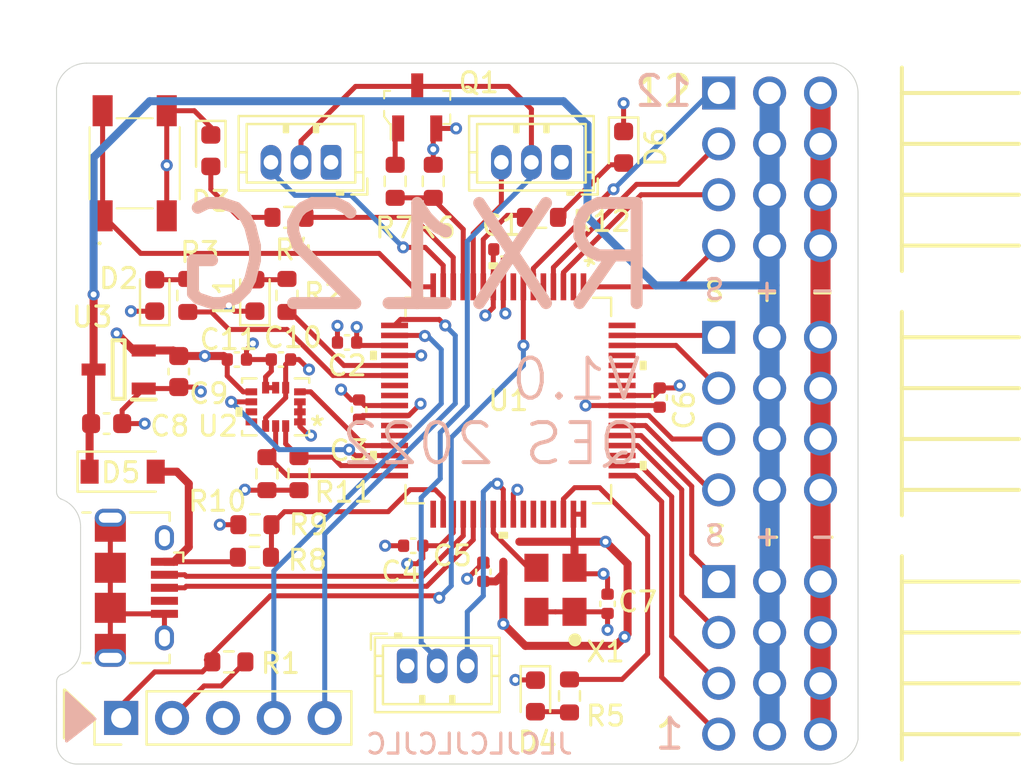
<source format=kicad_pcb>
(kicad_pcb (version 20211014) (generator pcbnew)
  (layers (0 "F.Cu" signal) (1 "In1.Cu" signal) (2 "In2.Cu" signal) (31 "B.Cu" signal) (36 "B.SilkS" user "B.Silkscreen") (37 "F.SilkS" user "F.Silkscreen") (38 "B.Mask" user) (39 "F.Mask" user) (44 "Edge.Cuts" user))
  (net 0 "")
  (net 1 "+3V3")
  (net 2 "GND")
  (net 3 "Vin")
  (net 4 "Net-(D1-Pad2)")
  (net 5 "Net-(D2-Pad2)")
  (net 6 "Net-(D3-Pad2)")
  (net 7 "Net-(D4-Pad2)")
  (net 8 "Net-(D5-Pad2)")
  (net 9 "Net-(D6-Pad2)")
  (net 10 "MCLR")
  (net 11 "PGD")
  (net 12 "PGC")
  (net 13 "CH9_SBUS4")
  (net 14 "CH10_SBUS3")
  (net 15 "CH11_SBUS2")
  (net 16 "CH12_SBUS1")
  (net 17 "CH5")
  (net 18 "CH6")
  (net 19 "CH7")
  (net 20 "CH8")
  (net 21 "CH1")
  (net 22 "CH2")
  (net 23 "CH3")
  (net 24 "CH4")
  (net 25 "Net-(J5-Pad2)")
  (net 26 "SAT1_RX")
  (net 27 "SAT2_RX")
  (net 28 "D-")
  (net 29 "D+")
  (net 31 "SAT3_RX")
  (net 32 "Net-(Q1-Pad1)")
  (net 33 "LED_A")
  (net 34 "LED_B")
  (net 35 "LED_SAT1")
  (net 36 "LED_SAT2")
  (net 37 "SAT_POWER")
  (net 38 "VBUS")
  (net 39 "IMU_SCL")
  (net 40 "IMU_SDA")
  (net 41 "LED_SAT3")
  (net 42 "Bind_Button")
  (net 50 "IMU_INT2")
  (net 51 "IMU_INT1")
  (net 53 "OSC_24MHZ")
  (footprint "SamacSys Parts:SOT95P280X145-3N" (layer "F.Cu") (at 122.1 107.3 180)
    (fp_text reference "U3")
    (fp_text value "AP2210N-3.3TRG1" hide)
  )
  (footprint "JST_New:JST_ZH_B3B-ZR_1x03_P1.50mm_Vertical" (layer "F.Cu") (at 136.5 122.1)
    (fp_text reference "J6" hide)
    (fp_text value "Conn_01x03")
  )
  (footprint "LED_SMD:LED_0603_1608Metric" (layer "F.Cu") (at 123.9 103.6 90)
    (fp_text reference "D2")
    (fp_text value "LED")
  )
  (footprint "IMU:LSM6DSO32TR" (layer "F.Cu") (at 129.935 109.165 180)
    (fp_text reference "U2")
    (fp_text value "LSM6DSO32TR")
  )
  (footprint "Resistor_SMD:R_0603_1608Metric" (layer "F.Cu") (at 131.1 112.5 90)
    (fp_text reference "R11")
    (fp_text value "10k")
  )
  (footprint "Resistor_SMD:R_0603_1608Metric" (layer "F.Cu") (at 137.8 97.9 90)
    (fp_text reference "R6")
    (fp_text value "100k")
  )
  (footprint "LED_SMD:LED_0603_1608Metric" (layer "F.Cu") (at 128.9 103.6 90)
    (fp_text reference "D1")
    (fp_text value "LED")
  )
  (footprint "Resistor_SMD:R_0603_1608Metric" (layer "F.Cu") (at 130.6 99.7 180)
    (fp_text reference "R4")
    (fp_text value "220R")
  )
  (footprint "Resistor_SMD:R_0603_1608Metric" (layer "F.Cu") (at 144.6 123.6 -90)
    (fp_text reference "R5")
    (fp_text value "220R")
  )
  (footprint "SamacSys Parts:HDRRA12W64P254_3X4_1016X254X810P" (layer "F.Cu") (at 152.0475 105.69 -90)
    (fp_text reference "J3" hide)
    (fp_text value "TSW-104-08-G-T-RA" hide)
  )
  (footprint "digikey:SOT-23-3" (layer "F.Cu") (at 137 94.21 90)
    (fp_text reference "Q1")
    (fp_text value "2N7002P_215")
  )
  (footprint "LED_SMD:LED_0603_1608Metric" (layer "F.Cu") (at 126.7 96.37 -90)
    (fp_text reference "D3")
    (fp_text value "LED")
  )
  (footprint "Resistor_SMD:R_0603_1608Metric" (layer "F.Cu") (at 128.9 115.05)
    (fp_text reference "R9")
    (fp_text value "20k")
  )
  (footprint "Resistor_SMD:R_0603_1608Metric" (layer "F.Cu") (at 135.9 97.9 90)
    (fp_text reference "R7")
    (fp_text value "1k")
  )
  (footprint "Resistor_SMD:R_0603_1608Metric" (layer "F.Cu") (at 143.2 99.7)
    (fp_text reference "R12")
    (fp_text value "220R")
  )
  (footprint "Capacitor_SMD:C_0402_1005Metric" (layer "F.Cu") (at 134.1 109.3 90)
    (fp_text reference "C3")
    (fp_text value "100 nF")
  )
  (footprint "Resistor_SMD:R_0603_1608Metric" (layer "F.Cu") (at 128.875 116.675)
    (fp_text reference "R8")
    (fp_text value "10k")
  )
  (footprint "SamacSys Parts:ASTMUPCE3312000MHZLJET" (layer "F.Cu") (at 143.9 118.3 90)
    (fp_text reference "X1")
    (fp_text value "24 MHz" hide)
  )
  (footprint "JST_New:JST_ZH_B3B-ZR_1x03_P1.50mm_Vertical" (layer "F.Cu") (at 144.2 96.95 180)
    (fp_text reference "J8" hide)
    (fp_text value "Conn_01x03")
  )
  (footprint "PIC32MK:PIC32MK1024GPK064-I&slash_PT" (layer "F.Cu") (at 141.5475 108.8475 -90)
    (fp_text reference "U1")
    (fp_text value "PIC32MK1024GPK064-I/PT")
  )
  (footprint "Diode_SMD:D_SOD-123" (layer "F.Cu") (at 122.3 112.4)
    (fp_text reference "D5")
    (fp_text value "MBR0520LT")
  )
  (footprint "Capacitor_SMD:C_0402_1005Metric" (layer "F.Cu") (at 146.5 119 90)
    (fp_text reference "C7")
    (fp_text value "100 nF")
  )
  (footprint "SamacSys Parts:HDRRA12W64P254_3X4_1016X254X810P" (layer "F.Cu") (at 152.0475 93.49 -90)
    (fp_text reference "J2" hide)
    (fp_text value "TSW-104-08-G-T-RA" hide)
  )
  (footprint "Capacitor_SMD:C_0603_1608Metric" (layer "F.Cu") (at 125.1 107.4 -90)
    (fp_text reference "C9")
    (fp_text value "2.2 uF")
  )
  (footprint "Connector_USB:USB_Micro-B_Amphenol_10118194_Horizontal" (layer "F.Cu") (at 122.985 118.2 -90)
    (fp_text reference "J7" hide)
    (fp_text value "USB_B_Micro")
  )
  (footprint "Capacitor_SMD:C_0603_1608Metric" (layer "F.Cu") (at 121.5 110)
    (fp_text reference "C8")
    (fp_text value "10 uF")
  )
  (footprint "Capacitor_SMD:C_0402_1005Metric" (layer "F.Cu") (at 130.2 106.8 180)
    (fp_text reference "C10")
    (fp_text value "100 nF")
  )
  (footprint "SamacSys Parts:PTS647SK38SMTR2LFS" (layer "F.Cu") (at 122.9 97 90)
    (fp_text reference "SW1" hide)
    (fp_text value "SW_MEC_5E" hide)
  )
  (footprint "Resistor_SMD:R_0603_1608Metric" (layer "F.Cu") (at 129.5 112.5 90)
    (fp_text reference "R10")
    (fp_text value "10k")
  )
  (footprint "Capacitor_SMD:C_0402_1005Metric" (layer "F.Cu") (at 149.1 108.7 -90)
    (fp_text reference "C6")
    (fp_text value "100 nF")
  )
  (footprint "SamacSys Parts:HDRRA12W64P254_3X4_1016X254X810P" (layer "F.Cu") (at 152.0475 117.89 -90)
    (fp_text reference "J4" hide)
    (fp_text value "TSW-104-08-G-T-RA" hide)
  )
  (footprint "JST_New:JST_ZH_B3B-ZR_1x03_P1.50mm_Vertical" (layer "F.Cu") (at 132.7 96.95 180)
    (fp_text reference "J5" hide)
    (fp_text value "Conn_01x03")
  )
  (footprint "Capacitor_SMD:C_0402_1005Metric" (layer "F.Cu") (at 136.8 116.1 180)
    (fp_text reference "C4")
    (fp_text value "100 nF")
  )
  (footprint "Resistor_SMD:R_0603_1608Metric" (layer "F.Cu") (at 127.6 121.9 180)
    (fp_text reference "R1")
    (fp_text value "10k")
  )
  (footprint "LED_SMD:LED_0603_1608Metric" (layer "F.Cu") (at 142.9 123.6 -90)
    (fp_text reference "D4")
    (fp_text value "LED")
  )
  (footprint "Connector_PinHeader_2.54mm:PinHeader_1x05_P2.54mm_Vertical" (layer "F.Cu") (at 122.225 124.7 90)
    (fp_text reference "J1" hide)
    (fp_text value "ICSP")
  )
  (footprint "Capacitor_SMD:C_0402_1005Metric" (layer "F.Cu") (at 133.5 105.95 180)
    (fp_text reference "C2")
    (fp_text value "100 nF")
  )
  (footprint "Capacitor_SMD:C_0402_1005Metric" (layer "F.Cu") (at 141.3 101.3)
    (fp_text reference "C1")
    (fp_text value "100 nF")
  )
  (footprint "Resistor_SMD:R_0603_1608Metric" (layer "F.Cu") (at 125.55 103.6 90)
    (fp_text reference "R3")
    (fp_text value "56R")
  )
  (footprint "Capacitor_SMD:C_0402_1005Metric" (layer "F.Cu") (at 128 106.8)
    (fp_text reference "C11")
    (fp_text value "100 nF")
  )
  (footprint "Resistor_SMD:R_0603_1608Metric" (layer "F.Cu") (at 130.5 103.6 90)
    (fp_text reference "R2")
    (fp_text value "220R")
  )
  (footprint "LED_SMD:LED_0603_1608Metric" (layer "F.Cu") (at 147.3 96.2 -90)
    (fp_text reference "D6")
    (fp_text value "LED")
  )
  (footprint "Capacitor_SMD:C_0402_1005Metric" (layer "F.Cu") (at 140.3 117.4 -90)
    (fp_text reference "C5")
    (fp_text value "100 nF")
  )
  (gr_poly (pts (xy 120.902208 124.748265) (xy 119.502208 125.848265) (xy 119.502208 123.448265)) (layer "B.SilkS") (width 0.16) (fill solid))
  (gr_poly (pts (xy 120.790202 124.6) (xy 119.395202 125.7) (xy 119.395202 123.3)) (layer "F.SilkS") (width 0.16) (fill solid))
  (gr_arc (start 119.21 113.76) (mid 119.941156 114.317643) (end 120.2 115.2) (layer "Edge.Cuts") (width 0.05))
  (gr_line (start 120.007107 127) (end 157.5 127) (layer "Edge.Cuts") (width 0.05))
  (gr_arc (start 120.2 121.2) (mid 119.926172 122.033739) (end 119.211374 122.542824) (layer "Edge.Cuts") (width 0.05))
  (gr_line (start 120.2 115.2) (end 120.2 121.2) (layer "Edge.Cuts") (width 0.05))
  (gr_arc (start 159 125.76066) (mid 158.472877 126.650083) (end 157.5 127) (layer "Edge.Cuts") (width 0.05))
  (gr_line (start 159 93.5) (end 159 125.76066) (layer "Edge.Cuts") (width 0.05))
  (gr_arc (start 120.007107 127) (mid 119.29706 126.70294) (end 119 125.992893) (layer "Edge.Cuts") (width 0.05))
  (gr_line (start 120.5 92) (end 157.76066 92) (layer "Edge.Cuts") (width 0.05))
  (gr_line (start 119 125.992893) (end 119.001374 122.892824) (layer "Edge.Cuts") (width 0.05))
  (gr_line (start 119 93.23934) (end 119 113.41) (layer "Edge.Cuts") (width 0.05))
  (gr_arc (start 119.21 113.76) (mid 119.058626 113.612824) (end 119 113.41) (layer "Edge.Cuts") (width 0.05))
  (gr_arc (start 119.001374 122.892824) (mid 119.059997 122.689998) (end 119.211374 122.542824) (layer "Edge.Cuts") (width 0.05))
  (gr_arc (start 119 93.23934) (mid 119.527123 92.349917) (end 120.5 92) (layer "Edge.Cuts") (width 0.05))
  (gr_arc (start 157.76066 92) (mid 158.650083 92.527123) (end 159 93.5) (layer "Edge.Cuts") (width 0.05))
  (gr_text "V1.0\nQES 2022" (at 148.3 109.4) (layer "B.SilkS") (effects (font (size 2 2) (thickness 0.2)) (justify left mirror)))
  (gr_text "JLCJLCJLCJLC" (at 139.6 126) (layer "B.SilkS") (effects (font (size 1 1) (thickness 0.16)) (justify mirror)))
  (gr_text "1" (at 149.6 125.5) (layer "B.SilkS") (effects (font (size 1.5 1.5) (thickness 0.2)) (justify mirror)))
  (gr_text "RX12G" (at 137 101.7) (layer "B.SilkS") (effects (font (size 5 5) (thickness 0.6)) (justify mirror)))
  (gr_text "-  +  S" (at 154.6 103.3) (layer "B.SilkS") (effects (font (size 1 1) (thickness 0.16)) (justify mirror)))
  (gr_text "12" (at 149.3 93.4) (layer "B.SilkS") (effects (font (size 1.5 1.5) (thickness 0.2)) (justify mirror)))
  (gr_text "-  +  S" (at 154.6 115.6) (layer "B.SilkS") (effects (font (size 1 1) (thickness 0.16)) (justify mirror)))
  (gr_text "S  +  -" (at 154.7 115.6) (layer "F.SilkS") (effects (font (size 1 1) (thickness 0.16))))
  (gr_text "1" (at 149.6 125.5) (layer "F.SilkS") (effects (font (size 1.5 1.5) (thickness 0.2))))
  (gr_text "S  +  -" (at 154.6 103.4) (layer "F.SilkS") (effects (font (size 1 1) (thickness 0.16))))
  (gr_text "12" (at 149.3 93.4) (layer "F.SilkS") (effects (font (size 1.5 1.5) (thickness 0.2))))
  (segment (start 143.9 119.4) (end 144.85 119.4) (width 0.25) (layer "F.Cu") (net 1))
  (segment (start 149.98 108.22) (end 150.1 108.1) (width 0.25) (layer "F.Cu") (net 1))
  (segment (start 137.28 116.72) (end 137.28 116.1) (width 0.25) (layer "F.Cu") (net 1))
  (segment (start 123.35 106.35) (end 124.825 106.35) (width 0.4) (layer "F.Cu") (net 1))
  (segment (start 140.2975 114.5244) (end 140.2975 116.9175) (width 0.25) (layer "F.Cu") (net 1))
  (segment (start 140.121756 117.12) (end 139.492203 117.749553) (width 0.25) (layer "F.Cu") (net 1))
  (segment (start 140.797499 104.202501) (end 140.4 104.6) (width 0.25) (layer "F.Cu") (net 1))
  (segment (start 127.52 107.62) (end 128.314999 108.414999) (width 0.25) (layer "F.Cu") (net 1))
  (segment (start 142.95 119.4) (end 143.9 119.4) (width 0.25) (layer "F.Cu") (net 1))
  (segment (start 148.8225 108.5975) (end 149 108.42) (width 0.25) (layer "F.Cu") (net 1))
  (segment (start 129.435001 110.1213) (end 129.435001 109.708219) (width 0.25) (layer "F.Cu") (net 1))
  (segment (start 125.1 106.625) (end 127.345 106.625) (width 0.4) (layer "F.Cu") (net 1))
  (segment (start 122.85 106.35) (end 122 105.5) (width 0.4) (layer "F.Cu") (net 1))
  (segment (start 130.434999 108.2087) (end 130.434999 107.045001) (width 0.25) (layer "F.Cu") (net 1))
  (segment (start 147.2244 108.5975) (end 148.8225 108.5975) (width 0.25) (layer "F.Cu") (net 1))
  (segment (start 136.5 117) (end 137 117) (width 0.25) (layer "F.Cu") (net 1))
  (segment (start 134.1275 106.0975) (end 135.8706 106.0975) (width 0.25) (layer "F.Cu") (net 1))
  (segment (start 129.435001 109.708219) (end 130.434999 108.708221) (width 0.25) (layer "F.Cu") (net 1))
  (segment (start 126.365 123.1) (end 127.225 123.1) (width 0.25) (layer "F.Cu") (net 1))
  (segment (start 129.5 113.325) (end 131.1 113.325) (width 0.25) (layer "F.Cu") (net 1))
  (segment (start 131.1 106.8) (end 131.6 107.3) (width 0.25) (layer "F.Cu") (net 1))
  (segment (start 124.765 124.7) (end 126.365 123.1) (width 0.25) (layer "F.Cu") (net 1))
  (segment (start 135.8706 109.597501) (end 134.282499 109.597501) (width 0.25) (layer "F.Cu") (net 1))
  (segment (start 137 117) (end 137.28 116.72) (width 0.25) (layer "F.Cu") (net 1))
  (segment (start 133.98 105.95) (end 133.98 105.18) (width 0.25) (layer "F.Cu") (net 1))
  (segment (start 133.98 105.95) (end 134.1275 106.0975) (width 0.25) (layer "F.Cu") (net 1))
  (segment (start 140.797499 103.1706) (end 140.797499 104.202501) (width 0.25) (layer "F.Cu") (net 1))
  (segment (start 134.282499 109.597501) (end 134.1 109.78) (width 0.25) (layer "F.Cu") (net 1))
  (segment (start 127.52 106.8) (end 127.52 107.62) (width 0.25) (layer "F.Cu") (net 1))
  (segment (start 138.7975 115.4475) (end 138.7975 114.5244) (width 0.25) (layer "F.Cu") (net 1))
  (segment (start 125.0875 106.6125) (end 125.1 106.625) (width 0.4) (layer "F.Cu") (net 1))
  (segment (start 128.425 113.325) (end 128.4 113.3) (width 0.25) (layer "F.Cu") (net 1))
  (segment (start 135.8706 109.597501) (end 136.577891 109.597501) (width 0.25) (layer "F.Cu") (net 1))
  (segment (start 130.68 106.8) (end 131.1 106.8) (width 0.25) (layer "F.Cu") (net 1))
  (segment (start 138.145 116.1) (end 138.7975 115.4475) (width 0.25) (layer "F.Cu") (net 1))
  (segment (start 140.797499 103.1706) (end 140.797499 101.322501) (width 0.25) (layer "F.Cu") (net 1))
  (segment (start 146.42 119.4) (end 146.5 119.48) (width 0.25) (layer "F.Cu") (net 1))
  (segment (start 127.225 123.1) (end 128.425 121.9) (width 0.25) (layer "F.Cu") (net 1))
  (segment (start 130.434999 108.708221) (end 130.434999 108.2087) (width 0.25) (layer "F.Cu") (net 1))
  (segment (start 130.434999 107.045001) (end 130.68 106.8) (width 0.25) (layer "F.Cu") (net 1))
  (segment (start 128.314999 108.414999) (end 128.7247 108.414999) (width 0.25) (layer "F.Cu") (net 1))
  (segment (start 129.5 113.325) (end 128.425 113.325) (width 0.25) (layer "F.Cu") (net 1))
  (segment (start 136.577891 109.597501) (end 137.167267 109.008125) (width 0.25) (layer "F.Cu") (net 1))
  (segment (start 127.345 106.625) (end 127.52 106.8) (width 0.4) (layer "F.Cu") (net 1))
  (segment (start 123.35 106.35) (end 122.85 106.35) (width 0.4) (layer "F.Cu") (net 1))
  (segment (start 140.5 117.12) (end 140.121756 117.12) (width 0.25) (layer "F.Cu") (net 1))
  (segment (start 146.5 119.48) (end 146.5 120.3) (width 0.25) (layer "F.Cu") (net 1))
  (segment (start 137.28 116.1) (end 138.145 116.1) (width 0.25) (layer "F.Cu") (net 1))
  (segment (start 144.85 119.4) (end 146.42 119.4) (width 0.25) (layer "F.Cu") (net 1))
  (segment (start 140.2975 116.9175) (end 140.5 117.12) (width 0.25) (layer "F.Cu") (net 1))
  (segment (start 124.825 106.35) (end 125.0875 106.6125) (width 0.4) (layer "F.Cu") (net 1))
  (segment (start 149.1 108.22) (end 149.98 108.22) (width 0.25) (layer "F.Cu") (net 1))
  (segment (start 140.797499 101.322501) (end 140.82 101.3) (width 0.25) (layer "F.Cu") (net 1))
  (via (at 126.4 106.625) (size 0.6) (drill 0.3) (layers "F.Cu" "B.Cu") (net 1))
  (via (at 146.5 120.3) (size 0.6) (drill 0.3) (layers "F.Cu" "B.Cu") (net 1))
  (via (at 137.167267 109.008125) (size 0.6) (drill 0.3) (layers "F.Cu" "B.Cu") (net 1))
  (via (at 136.5 117) (size 0.6) (drill 0.3) (layers "F.Cu" "B.Cu") (net 1))
  (via (at 122 105.5) (size 0.6) (drill 0.3) (layers "F.Cu" "B.Cu") (net 1))
  (via (at 139.492203 117.749553) (size 0.6) (drill 0.3) (layers "F.Cu" "B.Cu") (net 1))
  (via (at 150.1 108.1) (size 0.6) (drill 0.3) (layers "F.Cu" "B.Cu") (net 1))
  (via (at 133.98 105.18) (size 0.6) (drill 0.3) (layers "F.Cu" "B.Cu") (net 1))
  (via (at 131.6 107.3) (size 0.6) (drill 0.3) (layers "F.Cu" "B.Cu") (net 1))
  (via (at 140.4 104.6) (size 0.6) (drill 0.3) (layers "F.Cu" "B.Cu") (net 1))
  (via (at 128.4 113.3) (size 0.6) (drill 0.3) (layers "F.Cu" "B.Cu") (net 1))
  (segment (start 147.3 95.325) (end 147.3 94) (width 0.25) (layer "F.Cu") (net 2))
  (segment (start 140.92 117.88) (end 140.3 117.88) (width 0.4) (layer "F.Cu") (net 2))
  (segment (start 145.15 117.5) (end 144.85 117.2) (width 0.25) (layer "F.Cu") (net 2))
  (segment (start 141.2975 104.3975) (end 141.4 104.5) (width 0.25) (layer "F.Cu") (net 2))
  (segment (start 126.7 95.2) (end 126.7 95.5825) (width 0.25) (layer "F.Cu") (net 2))
  (segment (start 124.5 97.1) (end 124.5 94.375) (width 0.25) (layer "F.Cu") (net 2))
  (segment (start 129.435001 107.664999) (end 129.435001 108.2087) (width 0.25) (layer "F.Cu") (net 2))
  (segment (start 122.275 110) (end 123.4 110) (width 0.25) (layer "F.Cu") (net 2))
  (segment (start 144.797501 114.5244) (end 145.2975 114.5244) (width 0.25) (layer "F.Cu") (net 2))
  (segment (start 146.9 121.1) (end 142.4 121.1) (width 0.4) (layer "F.Cu") (net 2))
  (segment (start 134.3775 109.0975) (end 134.1 108.82) (width 0.25) (layer "F.Cu") (net 2))
  (segment (start 147.2244 109.0975) (end 149.0175 109.0975) (width 0.25) (layer "F.Cu") (net 2))
  (segment (start 141.2975 103.1706) (end 141.2975 101.7825) (width 0.25) (layer "F.Cu") (net 2))
  (segment (start 147.5 120.5) (end 147.35 120.65) (width 0.4) (layer "F.Cu") (net 2))
  (segment (start 144.797501 115.802499) (end 144.7 115.9) (width 0.25) (layer "F.Cu") (net 2))
  (segment (start 135.8706 109.0975) (end 134.3775 109.0975) (width 0.25) (layer "F.Cu") (net 2))
  (segment (start 125.1 108.175) (end 125.975 108.175) (width 0.25) (layer "F.Cu") (net 2))
  (segment (start 157.1275 93.49) (end 157.1275 125.51) (width 1) (layer "F.Cu") (net 2))
  (segment (start 137.8 97.075) (end 137.8 96.3) (width 0.25) (layer "F.Cu") (net 2))
  (segment (start 137.8 96.3) (end 137.8 95.41) (width 0.25) (layer "F.Cu") (net 2))
  (segment (start 141.2975 103.1706) (end 141.2975 104.3975) (width 0.25) (layer "F.Cu") (net 2))
  (segment (start 131.1453 109.915001) (end 131.1453 110.1453) (width 0.25) (layer "F.Cu") (net 2))
  (segment locked (start 141.3 120) (end 141.3 116.9) (width 0.4) (layer "F.Cu") (net 2))
  (segment (start 133.02 105.95) (end 133.02 105.12) (width 0.25) (layer "F.Cu") (net 2))
  (segment (start 121.685 119.215) (end 121.685 121.1) (width 0.25) (layer "F.Cu") (net 2))
  (segment (start 131.1453 110.1453) (end 131.6 110.6) (width 0.25) (layer "F.Cu") (net 2))
  (segment (start 122.275 110) (end 122.275 109.325) (width 0.25) (layer "F.Cu") (net 2))
  (segment (start 129.72 106.8) (end 129.72 107.38) (width 0.25) (layer "F.Cu") (net 2))
  (segment (start 142.4 121.1) (end 141.3 120) (width 0.4) (layer "F.Cu") (net 2))
  (segment (start 144.7 115.9) (end 144.85 116.05) (width 0.4) (layer "F.Cu") (net 2))
  (segment (start 135.8706 106.597499) (end 137.197499 106.597499) (width 0.25) (layer "F.Cu") (net 2))
  (segment (start 146.5 118.52) (end 146.5 117.7) (width 0.25) (layer "F.Cu") (net 2))
  (segment (start 131.6 110.6) (end 131.7 110.6) (width 0.25) (layer "F.Cu") (net 2))
  (segment (start 137.8 95.41) (end 137.95 95.26) (width 0.25) (layer "F.Cu") (net 2))
  (segment (start 133.72 108.82) (end 133.2 108.3) (width 0.25) (layer "F.Cu") (net 2))
  (segment (start 125.975 108.175) (end 126.2 108.4) (width 0.25) (layer "F.Cu") (net 2))
  (segment (start 149.0175 109.0975) (end 149.1 109.18) (width 0.25) (layer "F.Cu") (net 2))
  (segment (start 141.3 117.5) (end 140.92 117.88) (width 0.4) (layer "F.Cu") (net 2))
  (segment (start 144.797501 114.5244) (end 144.797501 115.802499) (width 0.25) (layer "F.Cu") (net 2))
  (segment (start 128.48 106.32) (end 128.8 106) (width 0.25) (layer "F.Cu") (net 2))
  (segment locked (start 146.4 115.9) (end 142.1 115.9) (width 0.4) (layer "F.Cu") (net 2))
  (segment (start 128.9 104.3875) (end 127.8875 104.3875) (width 0.25) (layer "F.Cu") (net 2))
  (segment (start 129.72 107.38) (end 129.435001 107.664999) (width 0.25) (layer "F.Cu") (net 2))
  (segment (start 147.35 120.65) (end 146.9 121.1) (width 0.4) (layer "F.Cu") (net 2))
  (segment (start 144.85 116.05) (end 144.85 117.2) (width 0.4) (layer "F.Cu") (net 2))
  (segment (start 146.5 117.7) (end 146.3 117.5) (width 0.25) (layer "F.Cu") (net 2))
  (segment (start 123.9 104.3875) (end 122.7125 104.3875) (width 0.25) (layer "F.Cu") (net 2))
  (segment (start 127.8875 104.3875) (end 127.6 104.1) (width 0.25) (layer "F.Cu") (net 2))
  (segment (start 124.5 94.375) (end 125.875 94.375) (width 0.25) (layer "F.Cu") (net 2))
  (segment (start 141.7975 114.5244) (end 141.7975 113.5025) (width 0.25) (layer "F.Cu") (net 2))
  (segment (start 147.5 117) (end 147.5 120.5) (width 0.4) (layer "F.Cu") (net 2))
  (segment (start 142.8875 122.8) (end 142.9 122.8125) (width 0.25) (layer "F.Cu") (net 2))
  (segment (start 129.435001 108.2087) (end 129.935 108.2087) (width 0.25) (layer "F.Cu") (net 2))
  (segment (start 121.985 119.5) (end 124.385 119.5) (width 0.25) (layer "F.Cu") (net 2))
  (segment (start 146.3 117.5) (end 145.15 117.5) (width 0.25) (layer "F.Cu") (net 2))
  (segment (start 124.5 99.625) (end 124.5 97.1) (width 0.25) (layer "F.Cu") (net 2))
  (segment (start 128.48 106.8) (end 128.48 106.32) (width 0.25) (layer "F.Cu") (net 2))
  (segment (start 134.1 108.82) (end 133.72 108.82) (width 0.25) (layer "F.Cu") (net 2))
  (segment (start 125.025 108.25) (end 125.1 108.175) (width 0.25) (layer "F.Cu") (net 2))
  (segment (start 121.685 115.3) (end 121.685 119.215) (width 0.25) (layer "F.Cu") (net 2))
  (segment (start 136.02 116.1) (end 135.4 116.1) (width 0.25) (layer "F.Cu") (net 2))
  (segment (start 141.9 122.8) (end 142.8875 122.8) (width 0.25) (layer "F.Cu") (net 2))
  (segment (start 131.1453 108.915) (end 131.1453 109.915001) (width 0.25) (layer "F.Cu") (net 2))
  (segment locked (start 142.1 115.9) (end 144.7 115.9) (width 0.4) (layer "F.Cu") (net 2))
  (segment (start 141.7975 113.5025) (end 142 113.3) (width 0.25) (layer "F.Cu") (net 2))
  (segment (start 123.35 108.25) (end 125.025 108.25) (width 0.25) (layer "F.Cu") (net 2))
  (segment (start 128.48 106.8) (end 129.72 106.8) (width 0.25) (layer "F.Cu") (net 2))
  (segment (start 125.875 94.375) (end 126.7 95.2) (width 0.25) (layer "F.Cu") (net 2))
  (segment (start 141.2975 101.7825) (end 141.78 101.3) (width 0.25) (layer "F.Cu") (net 2))
  (segment (start 146.4 115.9) (end 147.5 117) (width 0.4) (layer "F.Cu") (net 2))
  (segment (start 147.2244 109.0975) (end 145.4025 109.0975) (width 0.25) (layer "F.Cu") (net 2))
  (segment (start 122.275 109.325) (end 123.35 108.25) (width 0.25) (layer "F.Cu") (net 2))
  (segment (start 128.075 115.05) (end 127.15 115.05) (width 0.25) (layer "F.Cu") (net 2))
  (segment (start 137.95 95.26) (end 138.94 95.26) (width 0.25) (layer "F.Cu") (net 2))
  (segment (start 124.385 119.5) (end 124.385 120.7) (width 0.25) (layer "F.Cu") (net 2))
  (segment locked (start 141.3 116.9) (end 141.3 117.5) (width 0.4) (layer "F.Cu") (net 2))
  (segment (start 121.685 119.2) (end 121.985 119.5) (width 0.25) (layer "F.Cu") (net 2))
  (via (at 133.2 108.3) (size 0.6) (drill 0.3) (layers "F.Cu" "B.Cu") (net 2))
  (via (at 147.35 120.65) (size 0.6) (drill 0.3) (layers "F.Cu" "B.Cu") (net 2))
  (via (at 141.4 104.5) (size 0.6) (drill 0.3) (layers "F.Cu" "B.Cu") (net 2))
  (via (at 135.4 116.1) (size 0.6) (drill 0.3) (layers "F.Cu" "B.Cu") (net 2))
  (via (at 123.4 110) (size 0.6) (drill 0.3) (layers "F.Cu" "B.Cu") (net 2))
  (via (at 141.9 122.8) (size 0.6) (drill 0.3) (layers "F.Cu" "B.Cu") (net 2))
  (via (at 138.94 95.26) (size 0.6) (drill 0.3) (layers "F.Cu" "B.Cu") (net 2))
  (via (at 142 113.3) (size 0.6) (drill 0.3) (layers "F.Cu" "B.Cu") (net 2))
  (via (at 124.5 97.1) (size 0.6) (drill 0.3) (layers "F.Cu" "B.Cu") (net 2))
  (via (at 127.15 115.05) (size 0.6) (drill 0.3) (layers "F.Cu" "B.Cu") (net 2))
  (via (at 147.3 94) (size 0.6) (drill 0.3) (layers "F.Cu" "B.Cu") (net 2))
  (via (at 137.8 96.3) (size 0.6) (drill 0.3) (layers "F.Cu" "B.Cu") (net 2))
  (via (at 146.4 115.9) (size 0.6) (drill 0.3) (layers "F.Cu" "B.Cu") (net 2))
  (via (at 133.02 105.12) (size 0.6) (drill 0.3) (layers "F.Cu" "B.Cu") (net 2))
  (via (at 126.2 108.4) (size 0.6) (drill 0.3) (layers "F.Cu" "B.Cu") (net 2))
  (via (at 145.4025 109.0975) (size 0.6) (drill 0.3) (layers "F.Cu" "B.Cu") (net 2))
  (via (at 131.7 110.6) (size 0.6) (drill 0.3) (layers "F.Cu" "B.Cu") (net 2))
  (via (at 127.6 104.1) (size 0.6) (drill 0.3) (layers "F.Cu" "B.Cu") (net 2))
  (via (at 128.8 106) (size 0.6) (drill 0.3) (layers "F.Cu" "B.Cu") (net 2))
  (via (at 141.3 120) (size 0.6) (drill 0.3) (layers "F.Cu" "B.Cu") (net 2))
  (via (at 146.3 117.5) (size 0.6) (drill 0.3) (layers "F.Cu" "B.Cu") (net 2))
  (via (at 122.7125 104.3875) (size 0.6) (drill 0.3) (layers "F.Cu" "B.Cu") (net 2))
  (via (at 137.197499 106.597499) (size 0.6) (drill 0.3) (layers "F.Cu" "B.Cu") (net 2))
  (segment (start 120.65 110.075) (end 120.725 110) (width 0.4) (layer "F.Cu") (net 3))
  (segment (start 120.725 107.425) (end 120.85 107.3) (width 0.4) (layer "F.Cu") (net 3))
  (segment (start 120.725 110) (end 120.725 107.425) (width 0.4) (layer "F.Cu") (net 3))
  (segment (start 120.65 112.4) (end 120.65 110.075) (width 0.4) (layer "F.Cu") (net 3))
  (segment (start 120.85 107.3) (end 120.85 103.55) (width 0.4) (layer "F.Cu") (net 3))
  (via (at 120.85 103.55) (size 0.6) (drill 0.3) (layers "F.Cu" "B.Cu") (net 3))
  (segment (start 154.5875 93.49) (end 154.5875 103.0875) (width 1) (layer "B.Cu") (net 3))
  (segment (start 144.3 93.9) (end 145.475 95.075) (width 0.4) (layer "B.Cu") (net 3))
  (segment (start 145.5 99.7) (end 148.9 103.1) (width 0.4) (layer "B.Cu") (net 3))
  (segment (start 120.85 96.7) (end 123.65 93.9) (width 0.4) (layer "B.Cu") (net 3))
  (segment (start 120.85 103.55) (end 120.85 96.7) (width 0.4) (layer "B.Cu") (net 3))
  (segment (start 145.475 95.075) (end 145.5 95.075) (width 0.4) (layer "B.Cu") (net 3))
  (segment (start 148.9 103.1) (end 154.575 103.1) (width 0.4) (layer "B.Cu") (net 3))
  (segment (start 154.5875 103.0875) (end 154.5875 125.51) (width 1) (layer "B.Cu") (net 3))
  (segment (start 154.575 103.1) (end 154.5875 103.0875) (width 0.4) (layer "B.Cu") (net 3))
  (segment (start 145.5 95.075) (end 145.5 99.7) (width 0.4) (layer "B.Cu") (net 3))
  (segment (start 123.65 93.9) (end 144.3 93.9) (width 0.4) (layer "B.Cu") (net 3))
  (segment (start 130.4625 102.8125) (end 130.5 102.775) (width 0.25) (layer "F.Cu") (net 4))
  (segment (start 128.9 102.8125) (end 130.4625 102.8125) (width 0.25) (layer "F.Cu") (net 4))
  (segment (start 123.9 102.8125) (end 125.5125 102.8125) (width 0.25) (layer "F.Cu") (net 5))
  (segment (start 129.775 99.7) (end 128.1 99.7) (width 0.25) (layer "F.Cu") (net 6))
  (segment (start 128.1 99.7) (end 126.7 98.3) (width 0.25) (layer "F.Cu") (net 6))
  (segment (start 126.7 98.3) (end 126.7 97.1575) (width 0.25) (layer "F.Cu") (net 6))
  (segment (start 144.5625 124.3875) (end 144.6 124.425) (width 0.25) (layer "F.Cu") (net 7))
  (segment (start 142.9 124.3875) (end 144.5625 124.3875) (width 0.25) (layer "F.Cu") (net 7))
  (segment (start 125 112.4) (end 125.6 113) (width 0.4) (layer "F.Cu") (net 8))
  (segment (start 123.95 112.4) (end 125 112.4) (width 0.4) (layer "F.Cu") (net 8))
  (segment (start 125.6 116.16) (end 124.86 116.9) (width 0.4) (layer "F.Cu") (net 8))
  (segment (start 125.6 113) (end 125.6 116.16) (width 0.4) (layer "F.Cu") (net 8))
  (segment (start 127.875 116.9) (end 128.075 116.7) (width 0.25) (layer "F.Cu") (net 8))
  (segment (start 124.385 116.9) (end 127.875 116.9) (width 0.25) (layer "F.Cu") (net 8))
  (segment (start 124.86 116.9) (end 124.385 116.9) (width 0.4) (layer "F.Cu") (net 8))
  (segment (start 144.325 99.7) (end 144.325 99.375) (width 0.25) (layer "F.Cu") (net 9))
  (segment (start 146.625 97.075) (end 147.3 97.075) (width 0.25) (layer "F.Cu") (net 9))
  (segment (start 144.325 99.375) (end 146.625 97.075) (width 0.25) (layer "F.Cu") (net 9))
  (segment (start 122.225 124.7) (end 122.225 124.075) (width 0.25) (layer "F.Cu") (net 10))
  (segment (start 129.675 118.6) (end 138 118.6) (width 0.25) (layer "F.Cu") (net 10))
  (segment (start 126.475 121.8) (end 129.675 118.6) (width 0.25) (layer "F.Cu") (net 10))
  (segment (start 138 118.6) (end 138.1 118.7) (width 0.25) (layer "F.Cu") (net 10))
  (segment (start 123.9 122.4) (end 126.275 122.4) (width 0.25) (layer "F.Cu") (net 10))
  (segment (start 126.275 122.4) (end 126.775 121.9) (width 0.25) (layer "F.Cu") (net 10))
  (segment (start 122.225 124.075) (end 123.9 122.4) (width 0.25) (layer "F.Cu") (net 10))
  (segment (start 142.3 106.1) (end 142.297501 106.097501) (width 0.25) (layer "F.Cu") (net 10))
  (segment (start 142.297501 106.097501) (end 142.297501 103.1706) (width 0.25) (layer "F.Cu") (net 10))
  (via (at 142.3 106.1) (size 0.6) (drill 0.3) (layers "F.Cu" "B.Cu") (net 10))
  (via (at 138.1 118.7) (size 0.6) (drill 0.3) (layers "F.Cu" "B.Cu") (net 10))
  (segment (start 142.3 107.1) (end 138.7 110.7) (width 0.25) (layer "B.Cu") (net 10))
  (segment (start 138.7 110.7) (end 138.7 118.1) (width 0.25) (layer "B.Cu") (net 10))
  (segment (start 142.3 106.1) (end 142.3 107.1) (width 0.25) (layer "B.Cu") (net 10))
  (segment (start 138.7 118.1) (end 138.1 118.7) (width 0.25) (layer "B.Cu") (net 10))
  (segment (start 137.353399 105.597499) (end 137.3804 105.6245) (width 0.25) (layer "F.Cu") (net 11))
  (segment (start 135.8706 105.597499) (end 137.353399 105.597499) (width 0.25) (layer "F.Cu") (net 11))
  (via (at 137.3804 105.6245) (size 0.6) (drill 0.3) (layers "F.Cu" "B.Cu") (net 11))
  (segment (start 138.2 109) (end 138.2 106.3) (width 0.25) (layer "B.Cu") (net 11))
  (segment (start 138.2 106.3) (end 137.5245 105.6245) (width 0.25) (layer "B.Cu") (net 11))
  (segment (start 129.845 124.7) (end 129.845 117.355) (width 0.25) (layer "B.Cu") (net 11))
  (segment (start 129.845 117.355) (end 138.2 109) (width 0.25) (layer "B.Cu") (net 11))
  (segment (start 137.5245 105.6245) (end 137.3804 105.6245) (width 0.25) (layer "B.Cu") (net 11))
  (segment (start 136.1681 104.8) (end 135.8706 105.0975) (width 0.25) (layer "F.Cu") (net 12))
  (segment (start 138.4 105.1) (end 138.1 104.8) (width 0.25) (layer "F.Cu") (net 12))
  (segment (start 138.1 104.8) (end 136.1681 104.8) (width 0.25) (layer "F.Cu") (net 12))
  (via (at 138.4 105.1) (size 0.6) (drill 0.3) (layers "F.Cu" "B.Cu") (net 12))
  (segment (start 132.385 115.515) (end 138.9 109) (width 0.25) (layer "B.Cu") (net 12))
  (segment (start 132.385 124.7) (end 132.385 115.515) (width 0.25) (layer "B.Cu") (net 12))
  (segment (start 138.9 105.6) (end 138.4 105.1) (width 0.25) (layer "B.Cu") (net 12))
  (segment (start 138.9 109) (end 138.9 105.6) (width 0.25) (layer "B.Cu") (net 12))
  (segment (start 145.2975 103.1706) (end 149.9869 103.1706) (width 0.25) (layer "F.Cu") (net 13))
  (segment (start 149.9869 103.1706) (end 152.0475 101.11) (width 0.25) (layer "F.Cu") (net 13))
  (segment (start 144.2975 102.452781) (end 148.180281 98.57) (width 0.25) (layer "F.Cu") (net 14))
  (segment (start 148.180281 98.57) (end 152.0475 98.57) (width 0.25) (layer "F.Cu") (net 14))
  (segment (start 144.2975 103.1706) (end 144.2975 102.452781) (width 0.25) (layer "F.Cu") (net 14))
  (segment (start 143.797501 102.202499) (end 147.95 98.05) (width 0.25) (layer "F.Cu") (net 15))
  (segment (start 143.797501 103.1706) (end 143.797501 102.202499) (width 0.25) (layer "F.Cu") (net 15))
  (segment (start 150.0275 98.05) (end 152.0475 96.03) (width 0.25) (layer "F.Cu") (net 15))
  (segment (start 147.95 98.05) (end 150.0275 98.05) (width 0.25) (layer "F.Cu") (net 15))
  (segment (start 146.745 98.3) (end 146.8 98.3) (width 0.25) (layer "F.Cu") (net 16))
  (segment (start 142.7975 103.1706) (end 142.7975 102.2475) (width 0.25) (layer "F.Cu") (net 16))
  (segment (start 142.7975 102.2475) (end 146.645 98.4) (width 0.25) (layer "F.Cu") (net 16))
  (segment (start 146.645 98.4) (end 146.745 98.3) (width 0.25) (layer "F.Cu") (net 16))
  (via (at 146.8 98.3) (size 0.6) (drill 0.3) (layers "F.Cu" "B.Cu") (net 16))
  (segment (start 146.8 98.3) (end 151.61 93.49) (width 0.25) (layer "B.Cu") (net 16))
  (segment (start 151.61 93.49) (end 152.0475 93.49) (width 0.25) (layer "B.Cu") (net 16))
  (segment (start 148.3975 110.0975) (end 151.61 113.31) (width 0.25) (layer "F.Cu") (net 17))
  (segment (start 147.2244 110.0975) (end 148.3975 110.0975) (width 0.25) (layer "F.Cu") (net 17))
  (segment (start 151.61 113.31) (end 152.0475 113.31) (width 0.25) (layer "F.Cu") (net 17))
  (segment (start 147.2244 109.597501) (end 148.560001 109.597501) (width 0.25) (layer "F.Cu") (net 18))
  (segment (start 149.7325 110.77) (end 152.0475 110.77) (width 0.25) (layer "F.Cu") (net 18))
  (segment (start 148.560001 109.597501) (end 149.7325 110.77) (width 0.25) (layer "F.Cu") (net 18))
  (segment (start 147.2244 106.0975) (end 149.915 106.0975) (width 0.25) (layer "F.Cu") (net 19))
  (segment (start 149.915 106.0975) (end 152.0475 108.23) (width 0.25) (layer "F.Cu") (net 19))
  (segment (start 151.954999 105.597499) (end 152.0475 105.69) (width 0.25) (layer "F.Cu") (net 20))
  (segment (start 147.2244 105.597499) (end 151.954999 105.597499) (width 0.25) (layer "F.Cu") (net 20))
  (segment (start 147.2244 112.5975) (end 147.8975 112.5975) (width 0.25) (layer "F.Cu") (net 21))
  (segment (start 149.2 113.9) (end 149.2 122.6625) (width 0.25) (layer "F.Cu") (net 21))
  (segment (start 149.2 122.6625) (end 152.0475 125.51) (width 0.25) (layer "F.Cu") (net 21))
  (segment (start 147.8975 112.5975) (end 149.2 113.9) (width 0.25) (layer "F.Cu") (net 21))
  (segment (start 149.7 113.650001) (end 149.7 120.6225) (width 0.25) (layer "F.Cu") (net 22))
  (segment (start 149.7 120.6225) (end 152.0475 122.97) (width 0.25) (layer "F.Cu") (net 22))
  (segment (start 148.1475 112.097501) (end 149.7 113.650001) (width 0.25) (layer "F.Cu") (net 22))
  (segment (start 147.2244 112.097501) (end 148.1475 112.097501) (width 0.25) (layer "F.Cu") (net 22))
  (segment (start 147.2244 111.097501) (end 147.997501 111.097501) (width 0.25) (layer "F.Cu") (net 23))
  (segment (start 147.997501 111.097501) (end 150.2 113.3) (width 0.25) (layer "F.Cu") (net 23))
  (segment (start 150.2 113.3) (end 150.2 118.5825) (width 0.25) (layer "F.Cu") (net 23))
  (segment (start 150.2 118.5825) (end 152.0475 120.43) (width 0.25) (layer "F.Cu") (net 23))
  (segment (start 150.7 113.13125) (end 150.7 116.5425) (width 0.25) (layer "F.Cu") (net 24))
  (segment (start 148.166249 110.597499) (end 150.7 113.13125) (width 0.25) (layer "F.Cu") (net 24))
  (segment (start 147.2244 110.597499) (end 148.166249 110.597499) (width 0.25) (layer "F.Cu") (net 24))
  (segment (start 150.7 116.5425) (end 152.0475 117.89) (width 0.25) (layer "F.Cu") (net 24))
  (segment (start 137 93.16) (end 141.56 93.16) (width 0.25) (layer "F.Cu") (net 25))
  (segment (start 131.2 95.885) (end 131.2 96.95) (width 0.25) (layer "F.Cu") (net 25))
  (segment (start 133.925 93.16) (end 137 93.16) (width 0.25) (layer "F.Cu") (net 25))
  (segment (start 142.7 94.3) (end 142.7 96.85) (width 0.25) (layer "F.Cu") (net 25))
  (segment (start 141.56 93.16) (end 142.7 94.3) (width 0.25) (layer "F.Cu") (net 25))
  (segment (start 133.925 93.16) (end 131.2 95.885) (width 0.25) (layer "F.Cu") (net 25))
  (segment (start 138 122.1) (end 138 121.75) (width 0.25) (layer "B.Cu") (net 25))
  (segment (start 138.150489 110.449511) (end 139.5 109.1) (width 0.25) (layer "B.Cu") (net 25))
  (segment (start 138 121.75) (end 137.2 120.95) (width 0.25) (layer "B.Cu") (net 25))
  (segment (start 142.7 97.7) (end 142.7 96.95) (width 0.25) (layer "B.Cu") (net 25))
  (segment (start 139.5 100.9) (end 142.7 97.7) (width 0.25) (layer "B.Cu") (net 25))
  (segment (start 138.150489 112.749511) (end 138.150489 110.449511) (width 0.25) (layer "B.Cu") (net 25))
  (segment (start 137.2 113.7) (end 138.150489 112.749511) (width 0.25) (layer "B.Cu") (net 25))
  (segment (start 137.2 120.95) (end 137.2 113.7) (width 0.25) (layer "B.Cu") (net 25))
  (segment (start 139.5 109.1) (end 139.5 100.9) (width 0.25) (layer "B.Cu") (net 25))
  (segment (start 137.4 101.2) (end 136.3 101.2) (width 0.25) (layer "F.Cu") (net 26))
  (segment (start 138.297499 103.1706) (end 138.297499 102.097499) (width 0.25) (layer "F.Cu") (net 26))
  (segment (start 138.297499 102.097499) (end 137.4 101.2) (width 0.25) (layer "F.Cu") (net 26))
  (via (at 136.3 101.2) (size 0.6) (drill 0.3) (layers "F.Cu" "B.Cu") (net 26))
  (segment (start 129.7 97.4) (end 129.7 96.95) (width 0.25) (layer "B.Cu") (net 26))
  (segment (start 130.9 98.6) (end 129.7 97.4) (width 0.25) (layer "B.Cu") (net 26))
  (segment (start 136.3 101.2) (end 133.7 98.6) (width 0.25) (layer "B.Cu") (net 26))
  (segment (start 133.7 98.6) (end 130.9 98.6) (width 0.25) (layer "B.Cu") (net 26))
  (segment (start 141.2975 113.2975) (end 141.2975 114.5244) (width 0.25) (layer "F.Cu") (net 27))
  (segment (start 141 113) (end 141.2975 113.2975) (width 0.25) (layer "F.Cu") (net 27))
  (via (at 141 113) (size 0.6) (drill 0.3) (layers "F.Cu" "B.Cu") (net 27))
  (segment (start 140.3 118.6) (end 140.3 113.4) (width 0.25) (layer "B.Cu") (net 27))
  (segment (start 140.3 113.4) (end 140.7 113) (width 0.25) (layer "B.Cu") (net 27))
  (segment (start 139.5 122.1) (end 139.5 119.4) (width 0.25) (layer "B.Cu") (net 27))
  (segment (start 140.7 113) (end 141 113) (width 0.25) (layer "B.Cu") (net 27))
  (segment (start 139.5 119.4) (end 140.3 118.6) (width 0.25) (layer "B.Cu") (net 27))
  (segment (start 139.297499 114.5244) (end 139.297499 115.602501) (width 0.25) (layer "F.Cu") (net 28))
  (segment (start 125.472501 117.625) (end 125.397501 117.55) (width 0.25) (layer "F.Cu") (net 28))
  (segment (start 137.275 117.625) (end 125.472501 117.625) (width 0.25) (layer "F.Cu") (net 28))
  (segment (start 125.397501 117.55) (end 124.385 117.55) (width 0.25) (layer "F.Cu") (net 28))
  (segment (start 139.297499 115.602501) (end 137.275 117.625) (width 0.25) (layer "F.Cu") (net 28))
  (segment (start 125.397501 118.2) (end 124.385 118.2) (width 0.25) (layer "F.Cu") (net 29))
  (segment (start 125.472501 118.125) (end 125.397501 118.2) (width 0.25) (layer "F.Cu") (net 29))
  (segment (start 137.475 118.125) (end 125.472501 118.125) (width 0.25) (layer "F.Cu") (net 29))
  (segment (start 139.797501 114.5244) (end 139.797501 115.802499) (width 0.25) (layer "F.Cu") (net 29))
  (segment (start 139.797501 115.802499) (end 137.475 118.125) (width 0.25) (layer "F.Cu") (net 29))
  (segment (start 139.797501 100.502499) (end 141.2 99.1) (width 0.25) (layer "F.Cu") (net 31))
  (segment (start 139.797501 103.1706) (end 139.797501 100.502499) (width 0.25) (layer "F.Cu") (net 31))
  (segment (start 141.2 99.1) (end 141.2 96.85) (width 0.25) (layer "F.Cu") (net 31))
  (segment (start 135.9 95.41) (end 136.05 95.26) (width 0.25) (layer "F.Cu") (net 32))
  (segment (start 135.9 97.075) (end 135.9 95.41) (width 0.25) (layer "F.Cu") (net 32))
  (segment (start 130.669491 104.425) (end 133.341992 107.097501) (width 0.25) (layer "F.Cu") (net 33))
  (segment (start 133.341992 107.097501) (end 135.8706 107.097501) (width 0.25) (layer "F.Cu") (net 33))
  (segment (start 130.5 104.425) (end 130.669491 104.425) (width 0.25) (layer "F.Cu") (net 33))
  (segment (start 132.7975 107.5975) (end 135.8706 107.5975) (width 0.25) (layer "F.Cu") (net 34))
  (segment (start 126.725 104.425) (end 127.6 105.3) (width 0.25) (layer "F.Cu") (net 34))
  (segment (start 130.5 105.3) (end 132.7975 107.5975) (width 0.25) (layer "F.Cu") (net 34))
  (segment (start 125.55 104.425) (end 126.725 104.425) (width 0.25) (layer "F.Cu") (net 34))
  (segment (start 127.6 105.3) (end 130.5 105.3) (width 0.25) (layer "F.Cu") (net 34))
  (segment (start 136.8 99.7) (end 138.7975 101.6975) (width 0.25) (layer "F.Cu") (net 35))
  (segment (start 138.7975 101.6975) (end 138.7975 103.1706) (width 0.25) (layer "F.Cu") (net 35))
  (segment (start 131.425 99.7) (end 136.8 99.7) (width 0.25) (layer "F.Cu") (net 35))
  (segment (start 148.5 121.5) (end 148.5 115.6) (width 0.25) (layer "F.Cu") (net 36))
  (segment (start 146.1 113.2) (end 144.860079 113.2) (width 0.25) (layer "F.Cu") (net 36))
  (segment (start 148.5 115.6) (end 146.1 113.2) (width 0.25) (layer "F.Cu") (net 36))
  (segment (start 144.6 122.775) (end 147.225 122.775) (width 0.25) (layer "F.Cu") (net 36))
  (segment (start 144.860079 113.2) (end 144.2975 113.762579) (width 0.25) (layer "F.Cu") (net 36))
  (segment (start 147.225 122.775) (end 148.5 121.5) (width 0.25) (layer "F.Cu") (net 36))
  (segment (start 144.2975 113.762579) (end 144.2975 114.5244) (width 0.25) (layer "F.Cu") (net 36))
  (segment (start 137.8 98.725) (end 137.8 98.8) (width 0.25) (layer "F.Cu") (net 37))
  (segment (start 137.8 98.8) (end 139.297499 100.297499) (width 0.25) (layer "F.Cu") (net 37))
  (segment (start 135.9 98.725) (end 137.8 98.725) (width 0.25) (layer "F.Cu") (net 37))
  (segment (start 139.297499 100.297499) (end 139.297499 103.1706) (width 0.25) (layer "F.Cu") (net 37))
  (segment (start 136.65 113.3) (end 137.9 113.3) (width 0.25) (layer "F.Cu") (net 38))
  (segment (start 129.725 115.05) (end 130.375 114.4) (width 0.25) (layer "F.Cu") (net 38))
  (segment (start 138.297499 113.697499) (end 138.297499 114.5244) (width 0.25) (layer "F.Cu") (net 38))
  (segment (start 130.375 114.4) (end 135.55 114.4) (width 0.25) (layer "F.Cu") (net 38))
  (segment (start 135.55 114.4) (end 136.65 113.3) (width 0.25) (layer "F.Cu") (net 38))
  (segment (start 129.725 116.7) (end 129.725 115.05) (width 0.25) (layer "F.Cu") (net 38))
  (segment (start 137.9 113.3) (end 138.297499 113.697499) (width 0.25) (layer "F.Cu") (net 38))
  (segment (start 129.5 111.675) (end 129.575 111.675) (width 0.25) (layer "F.Cu") (net 39))
  (segment (start 129.575 111.675) (end 130.4975 112.5975) (width 0.25) (layer "F.Cu") (net 39))
  (segment (start 130.4975 112.5975) (end 135.8706 112.5975) (width 0.25) (layer "F.Cu") (net 39))
  (segment (start 129.935 111.24) (end 129.5 111.675) (width 0.25) (layer "F.Cu") (net 39))
  (segment (start 129.935 110.1213) (end 129.935 111.24) (width 0.25) (layer "F.Cu") (net 39))
  (segment (start 130.434999 110.1213) (end 130.434999 111.009999) (width 0.25) (layer "F.Cu") (net 40))
  (segment (start 131.1 111.675) (end 132.775 111.675) (width 0.25) (layer "F.Cu") (net 40))
  (segment (start 132.775 111.675) (end 133.197501 112.097501) (width 0.25) (layer "F.Cu") (net 40))
  (segment (start 130.434999 111.009999) (end 131.1 111.675) (width 0.25) (layer "F.Cu") (net 40))
  (segment (start 133.197501 112.097501) (end 135.8706 112.097501) (width 0.25) (layer "F.Cu") (net 40))
  (segment (start 140.2975 100.8025) (end 140.2975 103.1706) (width 0.25) (layer "F.Cu") (net 41))
  (segment (start 142.275 99.6) (end 141.5 99.6) (width 0.25) (layer "F.Cu") (net 41))
  (segment (start 142.375 99.7) (end 142.275 99.6) (width 0.25) (layer "F.Cu") (net 41))
  (segment (start 141.5 99.6) (end 140.2975 100.8025) (width 0.25) (layer "F.Cu") (net 41))
  (segment (start 136.7706 103.1706) (end 137.7975 103.1706) (width 0.25) (layer "F.Cu") (net 42))
  (segment (start 123.2 101.5) (end 135.1 101.5) (width 0.25) (layer "F.Cu") (net 42))
  (segment (start 135.1 101.5) (end 136.7706 103.1706) (width 0.25) (layer "F.Cu") (net 42))
  (segment (start 121.3 99.625) (end 121.3 94.375) (width 0.25) (layer "F.Cu") (net 42))
  (segment (start 121.325 99.625) (end 123.2 101.5) (width 0.25) (layer "F.Cu") (net 42))
  (segment (start 121.3 99.625) (end 121.325 99.625) (width 0.25) (layer "F.Cu") (net 42))
  (segment (start 128.7247 108.915) (end 127.715 108.915) (width 0.25) (layer "F.Cu") (net 50))
  (segment (start 133.6 111.3) (end 133.8975 111.5975) (width 0.25) (layer "F.Cu") (net 50))
  (segment (start 133.8975 111.5975) (end 135.8706 111.5975) (width 0.25) (layer "F.Cu") (net 50))
  (via (at 127.715 108.915) (size 0.6) (drill 0.3) (layers "F.Cu" "B.Cu") (net 50))
  (via (at 133.6 111.3) (size 0.6) (drill 0.3) (layers "F.Cu" "B.Cu") (net 50))
  (segment (start 127.715 108.915) (end 130.1 111.3) (width 0.25) (layer "B.Cu") (net 50))
  (segment (start 130.1 111.3) (end 133.6 111.3) (width 0.25) (layer "B.Cu") (net 50))
  (segment (start 134.366092 111.097501) (end 135.8706 111.097501) (width 0.25) (layer "F.Cu") (net 51))
  (segment (start 131.1453 108.414999) (end 131.68359 108.414999) (width 0.25) (layer "F.Cu") (net 51))
  (segment (start 131.68359 108.414999) (end 134.366092 111.097501) (width 0.25) (layer "F.Cu") (net 51))
  (segment (start 140.797499 115.4475) (end 142.549999 117.2) (width 0.25) (layer "F.Cu") (net 53))
  (segment (start 140.797499 114.5244) (end 140.797499 115.4475) (width 0.25) (layer "F.Cu") (net 53))
  (segment (start 142.549999 117.2) (end 142.95 117.2) (width 0.25) (layer "F.Cu") (net 53))
)
</source>
